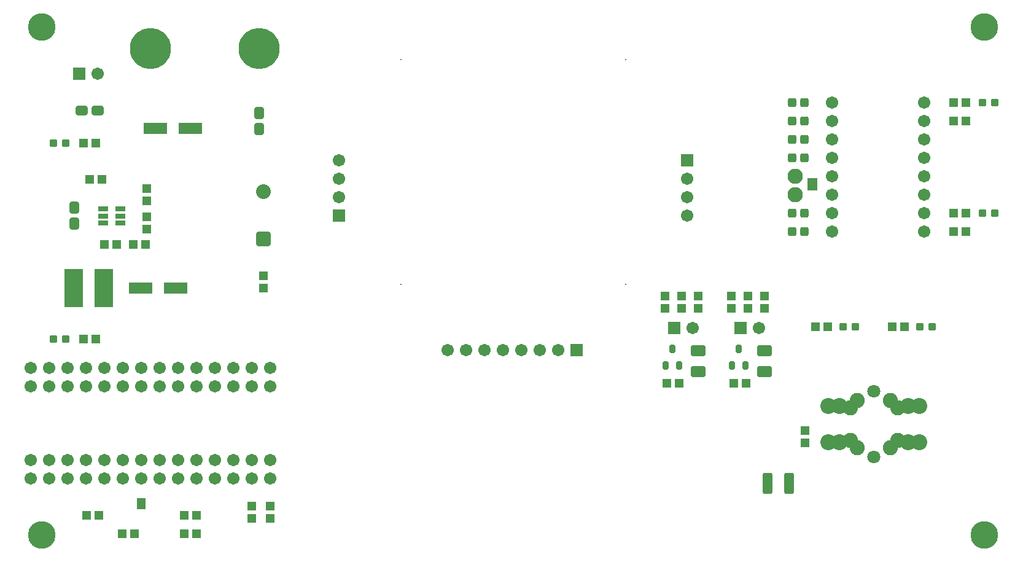
<source format=gts>
G04 Layer_Color=8388736*
%FSLAX44Y44*%
%MOMM*%
G71*
G01*
G75*
%ADD53R,1.2000X0.2000*%
%ADD54R,1.3032X1.2032*%
G04:AMPARAMS|DCode=55|XSize=2.9032mm|YSize=1.3532mm|CornerRadius=0.2454mm|HoleSize=0mm|Usage=FLASHONLY|Rotation=270.000|XOffset=0mm|YOffset=0mm|HoleType=Round|Shape=RoundedRectangle|*
%AMROUNDEDRECTD55*
21,1,2.9032,0.8625,0,0,270.0*
21,1,2.4125,1.3532,0,0,270.0*
1,1,0.4907,-0.4313,-1.2063*
1,1,0.4907,-0.4313,1.2063*
1,1,0.4907,0.4313,1.2063*
1,1,0.4907,0.4313,-1.2063*
%
%ADD55ROUNDEDRECTD55*%
%ADD56R,1.2032X0.7032*%
%ADD57R,1.2032X1.3032*%
%ADD58R,1.4732X0.8382*%
G04:AMPARAMS|DCode=59|XSize=2.0032mm|YSize=1.5032mm|CornerRadius=0.2641mm|HoleSize=0mm|Usage=FLASHONLY|Rotation=180.000|XOffset=0mm|YOffset=0mm|HoleType=Round|Shape=RoundedRectangle|*
%AMROUNDEDRECTD59*
21,1,2.0032,0.9750,0,0,180.0*
21,1,1.4750,1.5032,0,0,180.0*
1,1,0.5282,-0.7375,0.4875*
1,1,0.5282,0.7375,0.4875*
1,1,0.5282,0.7375,-0.4875*
1,1,0.5282,-0.7375,-0.4875*
%
%ADD59ROUNDEDRECTD59*%
G04:AMPARAMS|DCode=60|XSize=0.8032mm|YSize=1.2032mm|CornerRadius=0.1766mm|HoleSize=0mm|Usage=FLASHONLY|Rotation=0.000|XOffset=0mm|YOffset=0mm|HoleType=Round|Shape=RoundedRectangle|*
%AMROUNDEDRECTD60*
21,1,0.8032,0.8500,0,0,0.0*
21,1,0.4500,1.2032,0,0,0.0*
1,1,0.3532,0.2250,-0.4250*
1,1,0.3532,-0.2250,-0.4250*
1,1,0.3532,-0.2250,0.4250*
1,1,0.3532,0.2250,0.4250*
%
%ADD60ROUNDEDRECTD60*%
G04:AMPARAMS|DCode=61|XSize=1.0032mm|YSize=1.0032mm|CornerRadius=0.2016mm|HoleSize=0mm|Usage=FLASHONLY|Rotation=0.000|XOffset=0mm|YOffset=0mm|HoleType=Round|Shape=RoundedRectangle|*
%AMROUNDEDRECTD61*
21,1,1.0032,0.6000,0,0,0.0*
21,1,0.6000,1.0032,0,0,0.0*
1,1,0.4032,0.3000,-0.3000*
1,1,0.4032,-0.3000,-0.3000*
1,1,0.4032,-0.3000,0.3000*
1,1,0.4032,0.3000,0.3000*
%
%ADD61ROUNDEDRECTD61*%
G04:AMPARAMS|DCode=62|XSize=1.2032mm|YSize=1.1032mm|CornerRadius=0.2141mm|HoleSize=0mm|Usage=FLASHONLY|Rotation=90.000|XOffset=0mm|YOffset=0mm|HoleType=Round|Shape=RoundedRectangle|*
%AMROUNDEDRECTD62*
21,1,1.2032,0.6750,0,0,90.0*
21,1,0.7750,1.1032,0,0,90.0*
1,1,0.4282,0.3375,0.3875*
1,1,0.4282,0.3375,-0.3875*
1,1,0.4282,-0.3375,-0.3875*
1,1,0.4282,-0.3375,0.3875*
%
%ADD62ROUNDEDRECTD62*%
G04:AMPARAMS|DCode=63|XSize=1.4032mm|YSize=1.7032mm|CornerRadius=0.4016mm|HoleSize=0mm|Usage=FLASHONLY|Rotation=270.000|XOffset=0mm|YOffset=0mm|HoleType=Round|Shape=RoundedRectangle|*
%AMROUNDEDRECTD63*
21,1,1.4032,0.9000,0,0,270.0*
21,1,0.6000,1.7032,0,0,270.0*
1,1,0.8032,-0.4500,-0.3000*
1,1,0.8032,-0.4500,0.3000*
1,1,0.8032,0.4500,0.3000*
1,1,0.8032,0.4500,-0.3000*
%
%ADD63ROUNDEDRECTD63*%
%ADD64R,3.2004X1.6002*%
G04:AMPARAMS|DCode=65|XSize=1.4032mm|YSize=1.7032mm|CornerRadius=0.4016mm|HoleSize=0mm|Usage=FLASHONLY|Rotation=180.000|XOffset=0mm|YOffset=0mm|HoleType=Round|Shape=RoundedRectangle|*
%AMROUNDEDRECTD65*
21,1,1.4032,0.9000,0,0,180.0*
21,1,0.6000,1.7032,0,0,180.0*
1,1,0.8032,-0.3000,0.4500*
1,1,0.8032,0.3000,0.4500*
1,1,0.8032,0.3000,-0.4500*
1,1,0.8032,-0.3000,-0.4500*
%
%ADD65ROUNDEDRECTD65*%
%ADD66R,1.3532X0.8032*%
%ADD67R,2.5532X5.3032*%
%ADD68C,0.2032*%
%ADD69R,1.7032X1.7032*%
%ADD70C,1.7032*%
%ADD71C,5.6642*%
%ADD72C,2.1082*%
%ADD73C,3.8032*%
G04:AMPARAMS|DCode=74|XSize=2.032mm|YSize=2.032mm|CornerRadius=0.3302mm|HoleSize=0mm|Usage=FLASHONLY|Rotation=90.000|XOffset=0mm|YOffset=0mm|HoleType=Round|Shape=RoundedRectangle|*
%AMROUNDEDRECTD74*
21,1,2.0320,1.3716,0,0,90.0*
21,1,1.3716,2.0320,0,0,90.0*
1,1,0.6604,0.6858,0.6858*
1,1,0.6604,0.6858,-0.6858*
1,1,0.6604,-0.6858,-0.6858*
1,1,0.6604,-0.6858,0.6858*
%
%ADD74ROUNDEDRECTD74*%
%ADD75C,2.0320*%
%ADD76C,1.7128*%
%ADD77R,1.7032X1.7032*%
%ADD78C,2.0828*%
%ADD79C,1.8032*%
%ADD80C,2.2032*%
D53*
X187000Y93001D02*
D03*
D54*
X111580Y76800D02*
D03*
X128580D02*
D03*
X263200D02*
D03*
X246200D02*
D03*
X263200Y51400D02*
D03*
X246200D02*
D03*
X177620D02*
D03*
X160621D02*
D03*
X1324001Y620800D02*
D03*
X1307000D02*
D03*
X1324001Y468400D02*
D03*
X1307000D02*
D03*
X1021080Y259080D02*
D03*
X1004080D02*
D03*
X911860D02*
D03*
X928860D02*
D03*
X1133893Y336413D02*
D03*
X1116893D02*
D03*
X1239793D02*
D03*
X1222793D02*
D03*
X176100Y450000D02*
D03*
X193100D02*
D03*
X153100D02*
D03*
X136100D02*
D03*
X1324000Y493800D02*
D03*
X1307000D02*
D03*
X107600Y320000D02*
D03*
X124600D02*
D03*
X1324000Y646200D02*
D03*
X1307000D02*
D03*
X107600Y590000D02*
D03*
X124600D02*
D03*
X133100Y540000D02*
D03*
X116100D02*
D03*
D55*
X1080812Y120650D02*
D03*
X1050812D02*
D03*
D56*
X187000Y97000D02*
D03*
Y89000D02*
D03*
D57*
X355600Y389920D02*
D03*
Y406920D02*
D03*
X1000760Y362340D02*
D03*
Y379340D02*
D03*
X1023620Y362340D02*
D03*
Y379340D02*
D03*
X1046480D02*
D03*
Y362340D02*
D03*
X909320Y362340D02*
D03*
Y379340D02*
D03*
X932180Y362340D02*
D03*
Y379340D02*
D03*
X955040D02*
D03*
Y362340D02*
D03*
X364800Y89500D02*
D03*
Y72500D02*
D03*
X339400Y89500D02*
D03*
Y72500D02*
D03*
X1102360Y176920D02*
D03*
Y193920D02*
D03*
X194600Y527000D02*
D03*
Y510000D02*
D03*
Y488500D02*
D03*
Y471500D02*
D03*
D58*
X1112520Y529082D02*
D03*
Y537409D02*
D03*
D59*
X1046480Y275060D02*
D03*
Y304060D02*
D03*
X955040Y275060D02*
D03*
Y304060D02*
D03*
D60*
X1001420Y283140D02*
D03*
X1020420D02*
D03*
X1010920Y306140D02*
D03*
X909980Y283140D02*
D03*
X928980D02*
D03*
X919480Y306140D02*
D03*
D61*
X1171993Y336413D02*
D03*
X1154993D02*
D03*
X1277893D02*
D03*
X1260893D02*
D03*
X1364000Y493800D02*
D03*
X1347000D02*
D03*
X66100Y320000D02*
D03*
X83100D02*
D03*
X1364000Y646200D02*
D03*
X1347000D02*
D03*
X66100Y590000D02*
D03*
X83100D02*
D03*
D62*
X1084900Y646200D02*
D03*
X1101900D02*
D03*
X1084900Y620800D02*
D03*
X1101900D02*
D03*
X1084900Y595400D02*
D03*
X1101900D02*
D03*
X1084900Y570000D02*
D03*
X1101900D02*
D03*
X1084900Y493800D02*
D03*
X1101900D02*
D03*
X1084900Y468400D02*
D03*
X1101900D02*
D03*
D63*
X127000Y635000D02*
D03*
X105000D02*
D03*
D64*
X234600Y390000D02*
D03*
X186594D02*
D03*
X206594Y610000D02*
D03*
X254600D02*
D03*
D65*
X350000Y609100D02*
D03*
Y631100D02*
D03*
X94600Y479000D02*
D03*
Y501000D02*
D03*
D66*
X134600Y480000D02*
D03*
X158350D02*
D03*
Y489500D02*
D03*
Y499000D02*
D03*
X134850D02*
D03*
X134600Y489500D02*
D03*
D67*
X135350Y390000D02*
D03*
X93850D02*
D03*
D68*
X855000Y705000D02*
D03*
X545000Y395000D02*
D03*
Y705000D02*
D03*
X855000Y395000D02*
D03*
D69*
X101600Y685800D02*
D03*
X1013460Y335280D02*
D03*
X922020D02*
D03*
X787400Y304800D02*
D03*
D70*
X127000Y685800D02*
D03*
X1038860Y335280D02*
D03*
X947420D02*
D03*
X364800Y127600D02*
D03*
X339400D02*
D03*
X314000D02*
D03*
X288600D02*
D03*
X263200D02*
D03*
X237800D02*
D03*
X212400D02*
D03*
X187000D02*
D03*
X161600D02*
D03*
X136200D02*
D03*
X110800D02*
D03*
X85400D02*
D03*
X60000D02*
D03*
X34600D02*
D03*
Y280000D02*
D03*
X60000D02*
D03*
X85400D02*
D03*
X110800D02*
D03*
X136200D02*
D03*
X161600D02*
D03*
X187000D02*
D03*
X212400D02*
D03*
X237800D02*
D03*
X263200D02*
D03*
X288600D02*
D03*
X314000D02*
D03*
X339400D02*
D03*
X364800D02*
D03*
Y254600D02*
D03*
X339400D02*
D03*
X314000D02*
D03*
X288600D02*
D03*
X263200D02*
D03*
X237800D02*
D03*
X212400D02*
D03*
X187000D02*
D03*
X161600D02*
D03*
X136200D02*
D03*
X110800D02*
D03*
X85400D02*
D03*
X60000D02*
D03*
X34600D02*
D03*
Y153000D02*
D03*
X60000D02*
D03*
X85400D02*
D03*
X110800D02*
D03*
X136200D02*
D03*
X161600D02*
D03*
X187000D02*
D03*
X212400D02*
D03*
X237800D02*
D03*
X263200D02*
D03*
X288600D02*
D03*
X314000D02*
D03*
X339400D02*
D03*
X364800D02*
D03*
X460000Y566200D02*
D03*
Y540800D02*
D03*
Y515400D02*
D03*
X940000Y490000D02*
D03*
Y515400D02*
D03*
Y540800D02*
D03*
X609600Y304800D02*
D03*
X635000D02*
D03*
X685800D02*
D03*
X711200D02*
D03*
X736600D02*
D03*
X762000D02*
D03*
X660400D02*
D03*
D71*
X200000Y720000D02*
D03*
X350000D02*
D03*
D72*
X1089200Y519200D02*
D03*
Y544600D02*
D03*
D73*
X50000Y750000D02*
D03*
X1350000Y50000D02*
D03*
Y750000D02*
D03*
X50000Y50000D02*
D03*
D74*
X355600Y457720D02*
D03*
D75*
Y522720D02*
D03*
D76*
X1267000Y646200D02*
D03*
Y493800D02*
D03*
X1140000D02*
D03*
Y519200D02*
D03*
Y544600D02*
D03*
Y570000D02*
D03*
Y595400D02*
D03*
Y620800D02*
D03*
X1267000D02*
D03*
Y468400D02*
D03*
X1140000Y646200D02*
D03*
Y468400D02*
D03*
X1267000Y595400D02*
D03*
Y570000D02*
D03*
Y519200D02*
D03*
Y544600D02*
D03*
D77*
X460000Y490000D02*
D03*
X940000Y566200D02*
D03*
D78*
X1174788Y170000D02*
D03*
Y235024D02*
D03*
X1220000Y170000D02*
D03*
Y235024D02*
D03*
X1229904Y179906D02*
D03*
X1164880D02*
D03*
X1229904Y225118D02*
D03*
X1164880D02*
D03*
D79*
X1197393Y157513D02*
D03*
Y247513D02*
D03*
D80*
X1259893Y177513D02*
D03*
Y227513D02*
D03*
X1134893D02*
D03*
Y177513D02*
D03*
X1244893D02*
D03*
X1149893Y227513D02*
D03*
Y177513D02*
D03*
X1244893Y227513D02*
D03*
M02*

</source>
